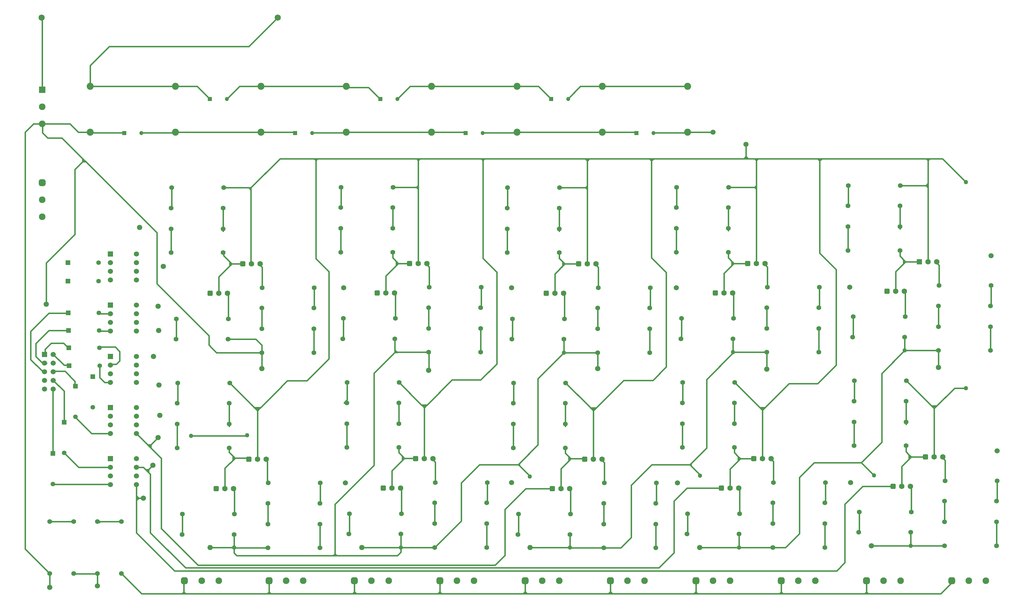
<source format=gtl>
G04*
G04 #@! TF.GenerationSoftware,Altium Limited,Altium Designer,20.0.10 (225)*
G04*
G04 Layer_Physical_Order=1*
G04 Layer_Color=255*
%FSLAX25Y25*%
%MOIN*%
G70*
G01*
G75*
%ADD13C,0.01575*%
%ADD37C,0.06102*%
%ADD38C,0.05906*%
%ADD39C,0.05512*%
%ADD40C,0.07677*%
G04:AMPARAMS|DCode=41|XSize=76.77mil|YSize=76.77mil|CornerRadius=19.19mil|HoleSize=0mil|Usage=FLASHONLY|Rotation=270.000|XOffset=0mil|YOffset=0mil|HoleType=Round|Shape=RoundedRectangle|*
%AMROUNDEDRECTD41*
21,1,0.07677,0.03839,0,0,270.0*
21,1,0.03839,0.07677,0,0,270.0*
1,1,0.03839,-0.01919,-0.01919*
1,1,0.03839,-0.01919,0.01919*
1,1,0.03839,0.01919,0.01919*
1,1,0.03839,0.01919,-0.01919*
%
%ADD41ROUNDEDRECTD41*%
%ADD42R,0.05315X0.05315*%
%ADD43C,0.05315*%
%ADD44R,0.05315X0.05315*%
%ADD45R,0.04724X0.04724*%
%ADD46C,0.04724*%
%ADD47C,0.08071*%
%ADD48C,0.07181*%
%ADD49R,0.07677X0.07677*%
%ADD50R,0.05906X0.05906*%
%ADD51R,0.05906X0.05906*%
G04:AMPARAMS|DCode=52|XSize=76.77mil|YSize=76.77mil|CornerRadius=19.19mil|HoleSize=0mil|Usage=FLASHONLY|Rotation=0.000|XOffset=0mil|YOffset=0mil|HoleType=Round|Shape=RoundedRectangle|*
%AMROUNDEDRECTD52*
21,1,0.07677,0.03839,0,0,0.0*
21,1,0.03839,0.07677,0,0,0.0*
1,1,0.03839,0.01919,-0.01919*
1,1,0.03839,-0.01919,-0.01919*
1,1,0.03839,-0.01919,0.01919*
1,1,0.03839,0.01919,0.01919*
%
%ADD52ROUNDEDRECTD52*%
G04:AMPARAMS|DCode=53|XSize=62.99mil|YSize=62.99mil|CornerRadius=15.75mil|HoleSize=0mil|Usage=FLASHONLY|Rotation=90.000|XOffset=0mil|YOffset=0mil|HoleType=Round|Shape=RoundedRectangle|*
%AMROUNDEDRECTD53*
21,1,0.06299,0.03150,0,0,90.0*
21,1,0.03150,0.06299,0,0,90.0*
1,1,0.03150,0.01575,0.01575*
1,1,0.03150,0.01575,-0.01575*
1,1,0.03150,-0.01575,-0.01575*
1,1,0.03150,-0.01575,0.01575*
%
%ADD53ROUNDEDRECTD53*%
%ADD54C,0.06299*%
%ADD55R,0.06299X0.06299*%
%ADD56C,0.05000*%
D13*
X387500Y243500D02*
X390000Y246000D01*
X387500Y248500D02*
X390000Y246000D01*
X387500D02*
X395500D01*
X393799D02*
X395500D01*
X395409Y281591D02*
X398000Y279000D01*
X401500D02*
X406500Y284000D01*
X401500Y275500D02*
Y279000D01*
X399750Y277250D02*
X401500Y275500D01*
X399750Y277250D02*
X401500Y279000D01*
Y275500D02*
X403500Y273500D01*
X398000Y279000D02*
X399750Y277250D01*
X398000Y279000D02*
X401500D01*
X400500Y307500D02*
X404000D01*
Y304000D02*
Y307500D01*
X402238Y305738D02*
X412500Y316000D01*
X329000Y634500D02*
X411000Y552500D01*
Y493500D02*
Y552500D01*
X325500Y634500D02*
X329000D01*
X327250Y636250D02*
X329000Y634500D01*
X1023122Y668480D02*
X1023142Y668500D01*
X1052500D01*
X1087500Y638000D02*
X1088000D01*
X1090500Y640500D01*
X1093000Y638000D02*
X1093500D01*
X1090500Y640500D02*
X1093000Y638000D01*
X1090500D02*
Y654500D01*
X984000Y638000D02*
X984500D01*
X981500Y635500D02*
X984000Y638000D01*
X978500D02*
X979000D01*
X981500Y635500D01*
Y636652D02*
Y638000D01*
X979500D02*
X981500D01*
Y523500D02*
X998500Y506500D01*
X981500Y523500D02*
Y636652D01*
X983500Y638000D02*
X1062500D01*
X941000D02*
X979500D01*
X981500D02*
X983500D01*
X1062500D02*
X1067500D01*
X1106500Y350500D02*
X1107750Y349250D01*
X1077500Y379500D02*
X1106500Y350500D01*
X1112500Y350500D02*
X1140250Y378250D01*
X1111250Y349250D02*
X1112500Y350500D01*
X325500Y634750D02*
X325922D01*
X325500D02*
Y638000D01*
X327250Y636250D01*
X301500Y662000D02*
X325500Y638000D01*
X316500Y625500D02*
X325836Y634836D01*
X325922Y634750D02*
X326172Y634500D01*
X325836Y634836D02*
X327250Y636250D01*
X316500Y550500D02*
Y625500D01*
X283500Y517500D02*
X316500Y550500D01*
X283500Y470000D02*
Y517500D01*
X289130Y425000D02*
X303500D01*
X307913Y421370D02*
X309283Y420000D01*
X307130Y421370D02*
X307913D01*
X303500Y425000D02*
X307130Y421370D01*
X282000Y417870D02*
X289130Y425000D01*
X342500Y144500D02*
Y158500D01*
X287500Y143000D02*
Y158976D01*
X836500Y257000D02*
X867000D01*
X812500Y180000D02*
Y233000D01*
X836500Y257000D01*
X616500Y239000D02*
X661500Y284000D01*
Y390293D01*
X616500Y181011D02*
Y239000D01*
X472500Y189000D02*
X500000D01*
X647500D02*
X691467D01*
X618500Y179500D02*
X688500D01*
X692500Y183500D02*
Y189000D01*
X688500Y179500D02*
X692500Y183500D01*
X691467Y189000D02*
X692500D01*
X841500D02*
X887000D01*
X1037000D02*
X1082500D01*
X1235000Y191000D02*
X1280500D01*
X1312500Y397000D02*
Y415500D01*
X1114500Y395000D02*
Y413500D01*
X919500Y395500D02*
Y414000D01*
X829000Y286000D02*
X850500Y307500D01*
X827750Y284750D02*
X829000Y286000D01*
Y283500D02*
X841000Y271500D01*
X827750Y284750D02*
X829000Y283500D01*
X688000Y414500D02*
X724500D01*
Y393500D02*
X724707Y393707D01*
X724500Y414500D02*
X724707Y414293D01*
Y393707D02*
Y414293D01*
X532000Y395500D02*
Y414000D01*
X1025699Y284699D02*
X1037500Y272898D01*
X1025699Y284699D02*
X1045000Y304000D01*
X981699Y284699D02*
X1025699D01*
X958000Y261000D02*
X981699Y284699D01*
X1027000Y283500D02*
Y286000D01*
X1237926Y272107D02*
X1238393D01*
X1169000Y287000D02*
X1223500D01*
X1238500Y272000D01*
X1136000Y189000D02*
X1152000Y205000D01*
Y270000D02*
X1169000Y287000D01*
X1152000Y205000D02*
Y270000D01*
X1121500Y189000D02*
X1136000D01*
X1223500Y287000D02*
X1247000Y310500D01*
Y373500D01*
Y390000D01*
X1273500Y416500D01*
X1045000Y304000D02*
Y382967D01*
X1037500Y272000D02*
Y272898D01*
X958000Y230000D02*
Y261000D01*
X926500Y188500D02*
X946000D01*
X958000Y200500D02*
Y230000D01*
X946000Y188500D02*
X958000Y200500D01*
X1045000Y382967D02*
X1075500Y413467D01*
Y414500D01*
X829000Y283500D02*
Y286000D01*
X614500Y179500D02*
X616500D01*
X827750Y284750D02*
X827750Y284750D01*
X783250Y284750D02*
X827750D01*
X686854Y415647D02*
X688000Y414500D01*
X685500Y414293D02*
X688000D01*
X685500Y417000D02*
Y430000D01*
Y417000D02*
X686854Y415647D01*
X508000Y179500D02*
X614500D01*
X616500Y180000D02*
Y181011D01*
Y179500D02*
X618500D01*
X762000Y263500D02*
X783250Y284750D01*
X685500Y414293D02*
Y417000D01*
X841000Y271000D02*
Y271500D01*
X731500Y189000D02*
X762000Y219500D01*
Y263500D01*
X850500Y307500D02*
Y384000D01*
X880500Y414000D01*
X614500Y179500D02*
X616500Y181500D01*
X616989Y181011D01*
X618500Y179500D01*
X500000Y182500D02*
X503000Y179500D01*
X500000Y182500D02*
Y188500D01*
X503000Y179500D02*
X508000D01*
X458500Y168500D02*
X801000D01*
X812500Y180000D01*
X429500Y197500D02*
X458500Y168500D01*
X444000Y165500D02*
X990000D01*
X1007500Y183000D01*
X403500Y206000D02*
X444000Y165500D01*
X1304500Y352500D02*
X1310000D01*
X1106500Y350500D02*
X1112500D01*
X1106500Y350500D02*
X1106500Y350500D01*
X949500Y382000D02*
X983000D01*
X917750Y350250D02*
X949500Y382000D01*
X914500Y347000D02*
X915750Y348250D01*
X882500Y379000D02*
X910000Y351500D01*
X911250Y350250D01*
X915750D02*
X917000D01*
X914500D02*
X915750D01*
X912000D02*
X913250D01*
X915750Y348250D02*
X917000Y349500D01*
X912000D02*
X913250Y348250D01*
Y350250D02*
X914500D01*
X913250Y348250D02*
X914500Y347000D01*
X911250Y350250D02*
X912000Y349500D01*
X915750Y348250D02*
Y350250D01*
X917000Y349500D02*
X917750Y350250D01*
X913250Y348250D02*
Y350250D01*
X911250D02*
X912000D01*
X495000Y379000D02*
X523000Y351000D01*
X716250Y353750D02*
X722750D01*
X523000Y351000D02*
X524500Y349500D01*
X530750Y350750D02*
X547625Y367625D01*
X690000Y380000D02*
X716250Y353750D01*
X717500Y352500D01*
X721500D02*
X722750Y353750D01*
X529500Y349500D02*
X530750Y350750D01*
X722750Y353750D02*
X751500Y382500D01*
X523000Y351000D02*
X523250Y350750D01*
X530750D01*
X547625Y367625D02*
X561500Y381500D01*
X584000D02*
X609500Y407000D01*
X561500Y381500D02*
X584000D01*
X983000Y382000D02*
X998500Y397500D01*
X784500Y382500D02*
X803000Y401000D01*
X751500Y382500D02*
X784500D01*
X259000Y187378D02*
Y249500D01*
Y187378D02*
X287402Y158976D01*
Y219000D02*
X314937D01*
X314961Y218976D01*
Y158500D02*
X342043D01*
X342520Y158976D01*
Y218976D02*
X370079D01*
X342520D02*
X344648Y217787D01*
X387500Y206000D02*
Y261421D01*
X370079Y158976D02*
X393555Y135500D01*
X493000Y429500D02*
X525000D01*
X532000Y414000D02*
Y422500D01*
X525000Y429500D02*
X532000Y422500D01*
X471000Y422846D02*
Y433500D01*
X411000Y493500D02*
X471000Y433500D01*
Y422846D02*
X474898Y418948D01*
X278728Y678315D02*
X310685D01*
X320520Y668480D02*
X334146D01*
X310685Y678315D02*
X320520Y668480D01*
X285000Y662000D02*
X301500D01*
X279000Y668000D02*
Y678087D01*
Y668000D02*
X285000Y662000D01*
X268815Y678315D02*
X278728D01*
X259000Y668500D02*
Y668500D01*
X268815Y678315D01*
X259000Y249500D02*
Y668500D01*
X1298000Y607000D02*
X1300500Y609500D01*
Y607000D02*
Y609500D01*
Y636652D01*
X1298500Y607000D02*
X1300500D01*
X1268500D02*
X1298500D01*
X1300500Y604500D02*
Y607000D01*
Y593000D02*
Y604500D01*
X1298000Y607000D02*
X1300500Y604500D01*
X1298000Y607000D02*
X1298500D01*
X685500Y414293D02*
X686750Y415543D01*
Y415750D01*
X661500Y390293D02*
X685500Y414293D01*
X519500Y604500D02*
X553000Y638000D01*
X579000D01*
X905000D02*
X905500Y637500D01*
X524500Y349500D02*
X527000D01*
X907500Y635500D02*
X908000Y636000D01*
X905500Y637500D02*
X907000Y636000D01*
X579000Y638000D02*
X592000D01*
X907500Y635500D02*
Y636500D01*
X905000Y638000D02*
X906000D01*
X910500D02*
X941000D01*
X907500Y606500D02*
Y635500D01*
X789500Y638000D02*
X905000D01*
X909500D02*
X910500D01*
X908000Y636000D02*
X909500Y637500D01*
X527000Y349500D02*
X529500D01*
X907000Y636000D02*
X907500Y635500D01*
X519500Y604500D02*
Y604500D01*
Y602000D02*
Y604500D01*
X517000D02*
X519500Y602000D01*
X517000Y604500D02*
X519500D01*
X393555Y135500D02*
X440000D01*
X517137Y767637D02*
X550500Y801000D01*
X1311404Y516662D02*
Y518096D01*
X1313000Y491500D02*
Y515066D01*
X1311404Y516662D02*
X1313000Y515066D01*
X1310500Y519000D02*
X1311404Y518096D01*
X1112500Y517000D02*
X1113404Y516096D01*
X1115000Y489500D02*
Y513066D01*
X1113404Y514662D02*
Y516096D01*
Y514662D02*
X1115000Y513066D01*
X920000Y489000D02*
Y512566D01*
X917500Y516500D02*
X918404Y515596D01*
Y514162D02*
X920000Y512566D01*
X918404Y514162D02*
Y515596D01*
X530904Y514162D02*
Y515596D01*
X532500Y489000D02*
Y512566D01*
X530904Y514162D02*
X532500Y512566D01*
X530000Y516500D02*
X530904Y515596D01*
X494500Y513500D02*
X495250Y514250D01*
Y518750D01*
X687000Y514500D02*
X687250Y514750D01*
Y519250D01*
X723404Y514662D02*
X725000Y513066D01*
Y489500D02*
Y513066D01*
X723404Y514662D02*
Y516096D01*
X722500Y517000D02*
X723404Y516096D01*
X878000Y513000D02*
X879250Y514250D01*
Y518750D01*
X1073500Y514000D02*
X1074250Y514750D01*
Y519250D01*
X1272000Y516500D02*
X1272250Y516750D01*
Y521250D01*
X498500Y289500D02*
X498750Y289750D01*
Y294750D01*
X494544Y298956D02*
X501250Y292250D01*
X489500Y280500D02*
X501261Y292261D01*
X494544Y298956D02*
Y303956D01*
X499500Y290500D02*
Y294000D01*
X694000Y292000D02*
X696500D01*
X694000Y289500D02*
Y294500D01*
X682000Y277500D02*
X694000Y289500D01*
X690000Y298500D02*
X694000Y294500D01*
Y289500D02*
X696500Y292000D01*
X694000Y294500D02*
X696500Y292000D01*
X886000Y291500D02*
X888500D01*
X886000Y289000D02*
Y294000D01*
X877000Y280000D02*
X886000Y289000D01*
X882000Y298000D02*
X886000Y294000D01*
Y289000D02*
X888500Y291500D01*
X886000Y294000D02*
X888500Y291500D01*
X1081500D02*
X1084000D01*
X1081500Y289000D02*
Y294000D01*
X1072000Y279500D02*
X1081500Y289000D01*
X1084000Y291500D01*
X1081500Y294000D02*
X1084000Y291500D01*
X1077000Y298500D02*
X1081500Y294000D01*
X1278500Y293500D02*
X1281000D01*
X1278500Y291000D02*
Y296000D01*
X1270000Y282500D02*
X1278500Y291000D01*
X1281000Y293500D01*
X1275000Y299500D02*
X1278500Y296000D01*
X1281000Y293500D01*
X1320000Y266000D02*
Y289566D01*
X1318404Y291162D02*
X1320000Y289566D01*
X1318404Y291162D02*
Y292596D01*
X1317500Y293500D02*
X1318404Y292596D01*
X1122000Y264000D02*
Y288215D01*
X1119500Y290715D02*
X1122000Y288215D01*
X1119500Y290715D02*
Y291500D01*
X927000Y263500D02*
Y287066D01*
X925404Y288662D02*
X927000Y287066D01*
X925404Y288662D02*
Y290096D01*
X924500Y291000D02*
X925404Y290096D01*
X729500Y291500D02*
X730404Y290596D01*
X732000Y264000D02*
Y287566D01*
X730404Y289162D02*
X732000Y287566D01*
X730404Y289162D02*
Y290596D01*
X494500Y304000D02*
X494544Y303956D01*
X501261Y292261D02*
X502239D01*
X515739D02*
X517000Y291000D01*
X502239Y292261D02*
X515739D01*
X527000Y347000D02*
Y349500D01*
Y347000D02*
X529500Y349500D01*
X717500Y352500D02*
X719000Y351000D01*
X717500Y352500D02*
X719500D01*
X719000Y351000D02*
X719500Y350500D01*
X524500Y349500D02*
X527000Y347000D01*
X720000Y351000D02*
X721500Y352500D01*
X719500Y350500D02*
X720000Y351000D01*
X719500Y352500D02*
X721500D01*
X719500Y351500D02*
Y352500D01*
Y291500D02*
Y350500D01*
X914500Y347000D02*
Y349500D01*
Y291000D02*
Y347000D01*
X1108000Y349500D02*
X1109500D01*
X1111000D01*
X1107750Y349250D02*
X1109500Y347500D01*
X1111250Y349250D01*
X998500Y397500D02*
Y506500D01*
X1109500Y349500D02*
X1109500Y349500D01*
X1109500Y347500D02*
Y349500D01*
X1107750Y349250D02*
X1108000Y349500D01*
X1140250Y378250D02*
X1173250D01*
X1109500Y291500D02*
Y347500D01*
X1173250Y378250D02*
X1194500Y399500D01*
Y421500D01*
X1307500Y349500D02*
Y351500D01*
X1305500D02*
X1307500D01*
X1309500D01*
X1276750Y380250D02*
X1305500Y351500D01*
X1309500D02*
X1331000Y373000D01*
X1305500Y351500D02*
X1307500Y349500D01*
X1309500Y351500D01*
X1331000Y373000D02*
X1344000D01*
X1307500Y293500D02*
Y349500D01*
X594500Y522500D02*
Y636000D01*
X596000Y638000D02*
X597000D01*
X785000D02*
X786500Y636500D01*
X787000Y636000D02*
X787500Y636500D01*
X1178000Y638000D02*
X1298500D01*
X1300500Y565060D02*
Y590000D01*
Y638000D02*
X1302500D01*
X595000Y636500D02*
X596500Y638000D01*
X594000Y636500D02*
X594500Y636000D01*
X784500Y638000D02*
X785500D01*
X787000Y636000D02*
Y637000D01*
X1300500Y590000D02*
Y593000D01*
Y636652D02*
Y638000D01*
X594500Y636000D02*
X595000Y636500D01*
X592500Y638000D02*
X594000Y636500D01*
X714500Y638000D02*
X784500D01*
X787000Y523000D02*
Y636000D01*
X788500Y638000D02*
X789500D01*
X786500Y636500D02*
X787000Y636000D01*
X527000Y293000D02*
Y347000D01*
X597000Y638000D02*
X710000D01*
X594500Y636000D02*
Y637000D01*
X1302500Y638000D02*
X1317000D01*
X592000D02*
X593000D01*
X1298500D02*
X1300500D01*
X787500Y636500D02*
X789000Y638000D01*
X609500Y407000D02*
Y407000D01*
Y507500D01*
X479846Y414000D02*
X509265D01*
X475820Y418025D02*
X479846Y414000D01*
X474898Y418948D02*
X475820Y418025D01*
X316500Y339784D02*
X335784Y320500D01*
X357185D01*
X357331Y320646D01*
X496000Y515000D02*
X496250Y515250D01*
Y517750D01*
X688000Y516000D02*
Y518500D01*
X880000Y515000D02*
X880250Y515250D01*
Y517750D01*
X1075000Y515500D02*
Y518500D01*
X1273000Y517500D02*
X1273250Y517750D01*
Y520250D01*
X596500Y638000D02*
X597000D01*
X592000D02*
X592500D01*
X789000D02*
X789500D01*
X784500D02*
X785000D01*
X1229457Y135457D02*
Y137500D01*
Y135457D02*
X1231500D01*
X1133000D02*
X1227500D01*
X1229457D01*
X1314957D02*
X1327882Y148382D01*
X1231500Y135457D02*
X1314957D01*
X1229457Y137500D02*
Y150591D01*
X1227500Y135500D02*
Y135543D01*
X1229457Y137500D01*
X1229500D02*
X1231500Y135500D01*
X1229457Y137500D02*
X1229500D01*
X1131032Y135457D02*
Y137469D01*
Y135457D02*
X1133000D01*
X1129063D02*
X1131032D01*
Y137469D02*
Y150591D01*
X1117839Y135457D02*
X1129063D01*
X1129000Y135500D02*
X1129063D01*
X1131032Y137469D01*
X1133000Y135500D01*
X1032606Y137500D02*
Y150591D01*
X1030500Y135457D02*
X1032606D01*
Y135457D02*
Y137500D01*
X1034500Y135457D02*
X1087439D01*
X1131032Y135457D02*
X1131032Y135457D01*
X1019457Y135457D02*
X1030500D01*
X1032606D02*
X1034500D01*
X1030500Y135500D02*
X1032500Y137500D01*
X1032606D01*
X1034500Y135500D02*
Y135606D01*
X1032606Y137500D02*
X1034500Y135606D01*
X934181Y135500D02*
X936500D01*
X934181Y138000D02*
Y150591D01*
X1032606Y135457D02*
X1032606Y135457D01*
X934181Y135500D02*
Y138000D01*
X932000Y135500D02*
X934181D01*
X921032D02*
X932000D01*
X936500D02*
X1019457D01*
X932000Y135500D02*
Y135819D01*
X934181Y138000D01*
X936500Y135500D02*
Y135681D01*
X934181Y138000D02*
X936500Y135681D01*
X835756Y137500D02*
Y150591D01*
Y135500D02*
X838000D01*
X921032D01*
X833500D02*
X835756D01*
X822606D02*
X833500D01*
X835756Y135500D02*
Y137500D01*
X835500Y137500D02*
X836000D01*
X833500Y135500D02*
X835500Y137500D01*
X836000Y137500D02*
Y137500D01*
Y137500D02*
X838000Y135500D01*
X835756D02*
X835756Y135500D01*
X735000Y135500D02*
X737331Y137831D01*
X735000Y135500D02*
X737331D01*
Y137500D02*
Y150591D01*
X724181Y135500D02*
X735000D01*
X737331D02*
X739500D01*
X737331Y135500D02*
Y137500D01*
X739500Y135500D02*
X822000D01*
X737500Y137500D02*
X738152Y136848D01*
X739500Y135500D01*
X625905D02*
X636905D01*
X641000D02*
X724181D01*
X641000D02*
X724181D01*
X625756D02*
X636905D01*
X638905Y135500D02*
Y137500D01*
Y135500D02*
X641000D01*
X636905D02*
X638905D01*
Y137500D02*
Y150591D01*
X636500Y135500D02*
X636905D01*
X638905Y137500D01*
X639000D02*
X641000Y135500D01*
X638905Y137500D02*
X639000D01*
X538500Y135500D02*
X540480D01*
X542480D01*
X625756D01*
X540480Y137500D02*
Y150591D01*
Y135500D02*
X543000D01*
X540480D02*
Y137500D01*
X638905Y135500D02*
X638905Y135500D01*
X444000D02*
X538500D01*
X625756D02*
X625756Y135500D01*
X542480Y135500D02*
X543000D01*
X540480Y137500D02*
X542480Y135500D01*
X538500D02*
Y135520D01*
X540480Y137500D01*
X442055Y135500D02*
X444000D01*
X442055D02*
Y136848D01*
X440000Y135500D02*
X442055D01*
Y136848D02*
Y150591D01*
X440000Y135500D02*
X442000Y137500D01*
X442652Y136848D01*
X444000Y135500D01*
X1300500Y636000D02*
X1302500Y638000D01*
X1299848Y636652D02*
X1300500Y636000D01*
X1298500Y638000D02*
X1299848Y636652D01*
X1102500Y567500D02*
Y603000D01*
X1173000Y638000D02*
X1175500D01*
X1100500D02*
X1102500D01*
Y603000D02*
Y605000D01*
X1104500Y638000D02*
X1173000D01*
X1175500Y636152D02*
Y638000D01*
X1101152Y605000D02*
X1102500D01*
Y638000D02*
X1104500D01*
X1175500Y636152D02*
X1175500Y529000D01*
X1175500Y638000D02*
X1178000D01*
X1070500Y605000D02*
X1101152D01*
X1067500Y638000D02*
X1100500D01*
X1102500Y605000D02*
Y607000D01*
Y636652D02*
Y638000D01*
Y607000D02*
Y636652D01*
X1175500Y635500D02*
X1178000Y638000D01*
X1174848Y636152D02*
X1175500Y635500D01*
X1173000Y638000D02*
X1174848Y636152D01*
X1100500Y605000D02*
X1102500Y603000D01*
X1100500Y605000D02*
X1101152Y605652D01*
X1102500Y607000D01*
Y636000D02*
X1104500Y638000D01*
X1101848Y636652D02*
X1102500Y636000D01*
X1100500Y638000D02*
X1101848Y636652D01*
X905500Y604500D02*
X907500Y602500D01*
Y516500D02*
Y602500D01*
Y604500D01*
X875500D02*
X905500D01*
X905500D01*
X907500Y606500D01*
Y604500D02*
Y606500D01*
X905500Y604500D02*
X907500D01*
X906000Y638000D02*
X907500D01*
Y636677D02*
Y638000D01*
X909500D01*
X907500Y636500D02*
Y636677D01*
X712500Y605000D02*
Y607000D01*
Y581844D02*
Y603000D01*
X710500Y605000D02*
X712500D01*
Y607000D02*
Y613500D01*
X519500Y517000D02*
Y602000D01*
X712500Y603000D02*
Y605000D01*
X683500D02*
X710500D01*
X488000Y604500D02*
X517000D01*
X710500Y605000D02*
X712500Y603000D01*
X710500Y605000D02*
X712500Y607000D01*
X711000Y637500D02*
X712500Y636000D01*
X712500Y613500D02*
X712500Y613500D01*
Y636000D01*
Y638000D02*
X714500D01*
X710500D02*
X711000Y637500D01*
X710000Y638000D02*
X711500D01*
X712500Y636000D02*
Y638000D01*
X710000D02*
X710500D01*
X712500Y636000D02*
X714500Y638000D01*
X712500Y636000D02*
X712500D01*
X711500Y638000D02*
Y638000D01*
X787000Y637000D02*
Y637250D01*
Y638000D01*
X787750D02*
X788500D01*
X787000D02*
X787750D01*
X711500D02*
X712500D01*
X594500D02*
X596000D01*
X593000D02*
X594500D01*
X785500D02*
X787000D01*
X712500Y517000D02*
Y581844D01*
X1317000Y638000D02*
X1344000Y611000D01*
X334146Y721591D02*
Y745646D01*
X356000Y767500D02*
X386661D01*
X334146Y745646D02*
X356000Y767500D01*
X712500Y613500D02*
Y613500D01*
X594500Y637000D02*
Y638000D01*
X450254Y318000D02*
X515000D01*
X1087439Y135457D02*
X1117839Y135457D01*
X1087439Y135457D02*
X1117839D01*
X921032Y135500D02*
X921032Y135500D01*
X1019457D02*
X1019457Y135500D01*
X822000Y135500D02*
X822606D01*
X822606Y135500D01*
X724181Y135500D02*
X724181Y135500D01*
X387331Y320646D02*
X416000Y291976D01*
X403500Y206000D02*
Y273500D01*
X387331Y281591D02*
X395409D01*
X387331Y261591D02*
X387500Y261421D01*
Y206000D02*
X431500Y162000D01*
X291000Y371466D02*
X291534Y372000D01*
X291000Y297716D02*
Y371466D01*
Y262283D02*
X291283Y262000D01*
X356921D02*
X357331Y261591D01*
X291283Y262000D02*
X356921D01*
X320783Y281500D02*
X357331D01*
X304000Y298284D02*
X320783Y281500D01*
X304000Y333717D02*
Y369534D01*
X291534Y382000D02*
X304000Y369534D01*
X292047Y392500D02*
X305000D01*
X316500Y381000D01*
X344216Y459000D02*
X357331D01*
X345000Y439000D02*
X357331D01*
X344500Y439500D02*
X345000Y439000D01*
X316500Y375217D02*
Y381000D01*
X350799Y379701D02*
X357331D01*
X345216Y385283D02*
Y399500D01*
Y385283D02*
X350799Y379701D01*
X368150Y404650D02*
Y415350D01*
X358130Y400500D02*
X364000D01*
X368150Y404650D01*
X357331Y399701D02*
X358130Y400500D01*
X344717Y420500D02*
X363000D01*
X368150Y415350D01*
X265500Y438500D02*
X286500Y459500D01*
X308283D02*
X308784Y459000D01*
X286500Y459500D02*
X308283D01*
X271500Y424500D02*
X286500Y439500D01*
X310861D01*
X344000Y418284D02*
X344216Y418500D01*
X271500Y409500D02*
Y424500D01*
X280705Y402829D02*
X281534Y402000D01*
X278171Y402829D02*
X280705D01*
X271500Y409500D02*
X278171Y402829D01*
X265500Y406000D02*
Y438500D01*
X280705Y392829D02*
X281534Y392000D01*
X278671Y392829D02*
X280705D01*
X265500Y406000D02*
X278671Y392829D01*
X281534Y412000D02*
X282000Y412466D01*
Y417870D01*
X291534Y411966D02*
Y412000D01*
X304000Y399500D02*
X309784D01*
X291534Y411966D02*
X304000Y399500D01*
X282692Y402000D02*
X283722D01*
X500086Y189000D02*
Y203914D01*
X500000Y188500D02*
X516265D01*
X500000Y204000D02*
X500086Y203914D01*
X522000Y188500D02*
X539000D01*
X516265D02*
X522000D01*
X1194500Y421500D02*
Y510000D01*
X1175500Y529000D02*
X1194500Y510000D01*
X594500Y522500D02*
X609500Y507500D01*
X803000Y401000D02*
Y507000D01*
X787000Y523000D02*
X803000Y507000D01*
X519500Y517000D02*
X520000Y516500D01*
X1102500Y517000D02*
Y567500D01*
X1300500Y519000D02*
Y565060D01*
X984276Y668000D02*
X1023122D01*
X983752Y667476D02*
X984276Y668000D01*
X963043Y668500D02*
X964067Y667476D01*
X924697Y668500D02*
X963043D01*
X924787Y721500D02*
X1023000D01*
X924697Y721591D02*
X924787Y721500D01*
X826291Y668500D02*
X924697D01*
X826272Y668480D02*
X826291Y668500D01*
X727846Y668480D02*
X766213D01*
X767216Y667476D01*
X569362Y668480D02*
X570366Y667476D01*
X530996Y668480D02*
X569362D01*
X630740Y720272D02*
X655228D01*
X666882Y708618D01*
X667882D01*
X669055Y707445D01*
X885327Y706847D02*
Y707327D01*
X899591Y721591D02*
X924697D01*
X885327Y707327D02*
X899591Y721591D01*
X826272D02*
X826362Y721500D01*
X850988D02*
X865642Y706847D01*
X826362Y721500D02*
X850988D01*
X727937D02*
X826272D01*
X727846Y721591D02*
X727937Y721500D01*
X787425Y668000D02*
X826272D01*
X786902Y667476D02*
X787425Y668000D01*
X629421Y668480D02*
X727846D01*
X491626Y706847D02*
X506370Y721591D01*
X491626Y706847D02*
X491626D01*
X506370Y721591D02*
X530996D01*
X703221D02*
X727846D01*
X688476Y706847D02*
X703221Y721591D01*
X629421D02*
X630740Y720272D01*
X590575Y668000D02*
X629421D01*
X590051Y667476D02*
X590575Y668000D01*
X530996Y721591D02*
X629421D01*
X432480Y721500D02*
X457287D01*
X471941Y706847D01*
X334146Y721500D02*
X432480Y721500D01*
X432571Y721591D01*
X386661Y767500D02*
X432500D01*
Y767637D02*
X517137D01*
X393724Y668000D02*
X432571D01*
X433000Y668500D02*
X531486D01*
X432591D02*
X433000D01*
X432571Y668480D02*
X432591Y668500D01*
X393201Y667476D02*
X393724Y668000D01*
X334626D02*
X373516D01*
X334146Y668480D02*
X334626Y668000D01*
X278728Y717685D02*
Y801000D01*
X431500Y162000D02*
X1195000D01*
X1204500Y171500D01*
Y239000D01*
X1225000Y259500D01*
X1260000D01*
X1007500Y183000D02*
Y242500D01*
X1022500Y257500D01*
X1062000D01*
X416000Y211000D02*
Y291976D01*
Y211000D02*
X429500Y197500D01*
X1280500Y191000D02*
X1296765D01*
X1280500D02*
Y206500D01*
X1270000Y259500D02*
Y282500D01*
X1275000Y299500D02*
Y306500D01*
X1281000Y293500D02*
X1297500D01*
X1273500Y416500D02*
X1289765D01*
X1273500D02*
Y432000D01*
X1263000Y507500D02*
X1274500Y519000D01*
X1263000Y485000D02*
Y507500D01*
X1268000Y525500D02*
Y532000D01*
X1274500Y519000D02*
X1290500D01*
X1268000Y525500D02*
X1274500Y519000D01*
X1082500Y189000D02*
X1098765D01*
X1082500D02*
Y204500D01*
X1072000Y257500D02*
Y279500D01*
X1077000Y298500D02*
Y304500D01*
X1084000Y291500D02*
X1099500D01*
X1075500Y414500D02*
Y430000D01*
Y414500D02*
X1114500D01*
X1065000Y505500D02*
X1076500Y517000D01*
X1065000Y483000D02*
Y505500D01*
X1070000Y523500D02*
Y530000D01*
X1076500Y517000D02*
X1092500D01*
X1070000Y523500D02*
X1076500Y517000D01*
X887586Y189000D02*
Y203914D01*
Y188500D02*
X926500D01*
X887500Y204000D02*
X887586Y203914D01*
X877000Y257000D02*
Y280000D01*
X882000Y298000D02*
Y304000D01*
X904000Y291500D02*
X904500Y291000D01*
X888500Y291500D02*
X904000D01*
X880500Y414000D02*
X896765D01*
X880500D02*
Y429500D01*
X870000Y505000D02*
X881500Y516500D01*
X870000Y482500D02*
Y505000D01*
X875000Y523000D02*
Y529500D01*
Y523000D02*
X881500Y516500D01*
X897500D01*
X675000Y502500D02*
X689500Y517000D01*
X675000Y483000D02*
Y502500D01*
X683000Y523500D02*
Y530000D01*
Y523500D02*
X689500Y517000D01*
X702500D01*
X692586Y190000D02*
Y204414D01*
X692500Y189000D02*
X731500D01*
X692500Y204500D02*
X692586Y204414D01*
X682000Y257500D02*
Y277500D01*
X690000Y298500D02*
Y304500D01*
X709000Y292000D02*
X709500Y291500D01*
X696500Y292000D02*
X709000D01*
X494500Y513500D02*
X497500Y516500D01*
X489500Y257000D02*
Y280500D01*
X482500Y501500D02*
X494500Y513500D01*
X482500Y482500D02*
Y501500D01*
X497500Y516500D02*
X510000D01*
X488020Y525980D02*
X497500Y516500D01*
X488020Y525980D02*
Y528980D01*
X487500Y529500D02*
X488020Y528980D01*
X630000Y304477D02*
Y329977D01*
X690000Y331133D02*
Y357740D01*
X630500Y359500D02*
Y379321D01*
X628500Y357500D02*
X630500Y359500D01*
X627000Y356000D02*
X628500Y357500D01*
X683000Y557500D02*
Y581556D01*
X623500Y581500D02*
Y604430D01*
X623000Y529184D02*
Y556684D01*
X500500Y227500D02*
Y251425D01*
X494500Y328893D02*
Y331500D01*
X500500Y251425D02*
Y255000D01*
X434500Y304000D02*
Y331500D01*
X494500D02*
Y355500D01*
X435000Y356000D02*
Y379000D01*
X434500Y355500D02*
X435000Y356000D01*
X440500Y204500D02*
Y227500D01*
Y204500D02*
X441000Y204000D01*
X538637Y264363D02*
X539500Y263500D01*
X538637Y264363D02*
Y266205D01*
X538500Y266342D02*
X538637Y266205D01*
X538500Y266342D02*
Y288066D01*
X537000Y289566D02*
X538500Y288066D01*
X537000Y289566D02*
Y291000D01*
X599500Y240500D02*
Y263500D01*
X599000Y240000D02*
X599500Y240500D01*
X539000Y216857D02*
Y240000D01*
X599000Y191000D02*
Y216000D01*
X791500Y240500D02*
X792000Y241000D01*
Y264000D01*
X633000Y205000D02*
X633500Y204500D01*
X633000Y205000D02*
Y228000D01*
X693000Y251924D02*
Y255500D01*
Y228000D02*
Y251924D01*
X1083000Y228000D02*
Y251924D01*
Y255500D01*
X1017000Y304500D02*
Y332000D01*
X1077000D02*
Y356000D01*
X1017500Y356500D02*
Y379500D01*
X1017000Y356000D02*
X1017500Y356500D01*
X1023000Y205000D02*
Y228000D01*
Y205000D02*
X1023500Y204500D01*
X1182000Y241000D02*
Y264000D01*
X1181500Y240500D02*
X1182000Y241000D01*
X1121500Y217357D02*
Y240500D01*
X1181500Y191500D02*
Y216500D01*
X1104500Y189000D02*
X1121500D01*
X1098765D02*
X1104500D01*
X986500Y191000D02*
Y216000D01*
X926500Y216857D02*
Y240000D01*
X986500D02*
X987000Y240500D01*
Y263500D01*
X828000Y204500D02*
X828500Y204000D01*
X828000Y204500D02*
Y227500D01*
X822000Y355500D02*
X822500Y356000D01*
Y379000D01*
X882000Y331500D02*
Y355500D01*
X822000Y304000D02*
Y331500D01*
X888000Y251425D02*
Y255000D01*
X882000Y328893D02*
Y331500D01*
X888000Y227500D02*
Y251425D01*
X1296765Y191000D02*
X1302500D01*
X1319500D01*
X1379500Y193500D02*
Y218500D01*
X1319500Y219357D02*
Y242500D01*
X1379500D02*
X1380000Y243000D01*
Y266000D01*
X1221000Y207000D02*
X1221500Y206500D01*
X1221000Y207000D02*
Y230000D01*
X1215000Y358000D02*
X1215500Y358500D01*
Y381500D01*
X1275000Y334000D02*
Y358000D01*
X1215000Y306500D02*
Y334000D01*
X1281000Y253924D02*
Y257500D01*
X1275000Y331393D02*
Y334000D01*
X1281000Y230000D02*
Y253924D01*
X731500Y216500D02*
Y240500D01*
X791500Y197836D02*
Y214000D01*
Y216000D02*
X792000Y216500D01*
X791500Y191781D02*
Y197836D01*
X784500Y417281D02*
Y423336D01*
Y441500D02*
X785000Y442000D01*
X784500Y423336D02*
Y439500D01*
X724500Y442000D02*
Y466000D01*
X1274000Y455500D02*
Y479424D01*
X1268000Y556893D02*
Y559500D01*
X1274000Y479424D02*
Y483000D01*
X1208000Y532000D02*
Y559500D01*
X1268000D02*
Y583500D01*
X1208500Y584000D02*
Y607000D01*
X1208000Y583500D02*
X1208500Y584000D01*
X1214000Y432500D02*
Y455500D01*
Y432500D02*
X1214500Y432000D01*
X1373000Y468500D02*
Y491500D01*
X1372500Y468000D02*
X1373000Y468500D01*
X1312500Y444857D02*
Y468000D01*
X1372500Y419000D02*
Y444000D01*
X1295500Y416500D02*
X1312500D01*
X1289765D02*
X1295500D01*
X881000Y453000D02*
Y476925D01*
X875000Y554393D02*
Y557000D01*
X881000Y476925D02*
Y480500D01*
X815000Y529500D02*
Y557000D01*
X875000D02*
Y581000D01*
X815500Y581500D02*
Y604500D01*
X815000Y581000D02*
X815500Y581500D01*
X821000Y430000D02*
Y453000D01*
Y430000D02*
X821500Y429500D01*
X980000Y466000D02*
Y489000D01*
X979500Y465500D02*
X980000Y466000D01*
X919500Y442357D02*
Y465500D01*
X979500Y416500D02*
Y441500D01*
X902500Y414000D02*
X919500D01*
X896765D02*
X902500D01*
X1174500Y417000D02*
Y442000D01*
X1114500Y442857D02*
Y466000D01*
X1174500D02*
X1175000Y466500D01*
Y489500D01*
X1016000Y430500D02*
X1016500Y430000D01*
X1016000Y430500D02*
Y453500D01*
X1010000Y581500D02*
X1010500Y582000D01*
Y605000D01*
X1070000Y557500D02*
Y581500D01*
X1010000Y530000D02*
Y557500D01*
X1076000Y477424D02*
Y481000D01*
X1070000Y554893D02*
Y557500D01*
X1076000Y453500D02*
Y477424D01*
X686000Y453500D02*
Y477424D01*
Y481000D01*
X626000Y430500D02*
Y453500D01*
Y430500D02*
X626500Y430000D01*
X785000Y466500D02*
Y489500D01*
X784500Y466000D02*
X785000Y466500D01*
X509265Y414000D02*
X515000D01*
X532000D01*
X592000Y416500D02*
Y441500D01*
X532000Y442357D02*
Y465500D01*
X592000D02*
X592500Y466000D01*
Y489000D01*
X433500Y430000D02*
X434000Y429500D01*
X433500Y430000D02*
Y453000D01*
X427500Y581000D02*
X428000Y581500D01*
Y604500D01*
X487500Y557000D02*
Y581000D01*
X427500Y529500D02*
Y557000D01*
X493500Y476925D02*
Y480500D01*
X487500Y554393D02*
Y557000D01*
X493500Y453000D02*
Y476925D01*
D37*
X395500Y246000D02*
D03*
X406500Y284000D02*
D03*
X412500Y316000D02*
D03*
X414500Y341500D02*
D03*
X413500Y376500D02*
D03*
X407000Y409500D02*
D03*
X413000Y439500D02*
D03*
X412500Y467500D02*
D03*
X418500Y513500D02*
D03*
X391000Y558500D02*
D03*
X283500Y470000D02*
D03*
X287500Y143000D02*
D03*
X472500Y189000D02*
D03*
X647500D02*
D03*
X841500D02*
D03*
X1037000D02*
D03*
X1235000Y191000D02*
D03*
X1312500Y397000D02*
D03*
X1114500Y395000D02*
D03*
X919500Y395500D02*
D03*
X724500Y393500D02*
D03*
X532000Y395500D02*
D03*
D38*
X1090500Y654500D02*
D03*
X1052500Y668500D02*
D03*
X342500Y144500D02*
D03*
X1380000Y300500D02*
D03*
X1373000Y526000D02*
D03*
X1211000Y264000D02*
D03*
X1210000Y489500D02*
D03*
X1011500Y263500D02*
D03*
X1010000Y489000D02*
D03*
X820000Y264000D02*
D03*
Y489000D02*
D03*
X628500Y263500D02*
D03*
X626500Y489000D02*
D03*
X291534Y392000D02*
D03*
X281534D02*
D03*
X291534Y402000D02*
D03*
X281534D02*
D03*
X291534Y412000D02*
D03*
X281534Y382000D02*
D03*
Y372000D02*
D03*
X291534Y382000D02*
D03*
Y372000D02*
D03*
X357331Y281591D02*
D03*
Y271590D02*
D03*
Y261591D02*
D03*
X387331Y291590D02*
D03*
Y281591D02*
D03*
Y271590D02*
D03*
Y261591D02*
D03*
X357331Y340646D02*
D03*
Y330646D02*
D03*
Y320646D02*
D03*
X387331Y350646D02*
D03*
Y340646D02*
D03*
Y330646D02*
D03*
Y320646D02*
D03*
X357331Y458756D02*
D03*
Y448756D02*
D03*
Y438756D02*
D03*
X387331Y468756D02*
D03*
Y458756D02*
D03*
Y448756D02*
D03*
Y438756D02*
D03*
X357331Y399701D02*
D03*
Y389701D02*
D03*
Y379701D02*
D03*
X387331Y409701D02*
D03*
Y399701D02*
D03*
Y389701D02*
D03*
Y379701D02*
D03*
X357331Y517811D02*
D03*
Y507811D02*
D03*
Y497811D02*
D03*
X387331Y527811D02*
D03*
Y517811D02*
D03*
Y507811D02*
D03*
Y497811D02*
D03*
D39*
X287402Y158976D02*
D03*
Y218976D02*
D03*
X314961Y158976D02*
D03*
Y218976D02*
D03*
X342520Y158976D02*
D03*
Y218976D02*
D03*
X370079Y158976D02*
D03*
Y218976D02*
D03*
X440500Y227500D02*
D03*
X500500D02*
D03*
X440000Y204000D02*
D03*
X500000D02*
D03*
X494500Y304000D02*
D03*
X434500D02*
D03*
X494500Y331500D02*
D03*
X434500D02*
D03*
X494500Y355500D02*
D03*
X434500D02*
D03*
X495000Y379000D02*
D03*
X435000D02*
D03*
X599000Y240000D02*
D03*
X539000D02*
D03*
X599000Y216000D02*
D03*
X539000D02*
D03*
X599000Y188500D02*
D03*
X539000D02*
D03*
X731500Y189000D02*
D03*
X791500D02*
D03*
X731500Y216500D02*
D03*
X791500D02*
D03*
X731500Y240500D02*
D03*
X791500D02*
D03*
X732000Y264000D02*
D03*
X792000D02*
D03*
X630500Y379500D02*
D03*
X690500D02*
D03*
X630000Y356000D02*
D03*
X690000D02*
D03*
X630000Y332000D02*
D03*
X690000D02*
D03*
X630000Y304500D02*
D03*
X690000D02*
D03*
X692500Y204500D02*
D03*
X632500D02*
D03*
X693000Y228000D02*
D03*
X633000D02*
D03*
X1083000D02*
D03*
X1023000D02*
D03*
X1082500Y204500D02*
D03*
X1022500D02*
D03*
X1017000Y304500D02*
D03*
X1077000D02*
D03*
X1017000Y332000D02*
D03*
X1077000D02*
D03*
X1017000Y356000D02*
D03*
X1077000D02*
D03*
X1017500Y379500D02*
D03*
X1077500D02*
D03*
X1122000Y264000D02*
D03*
X1182000D02*
D03*
X1121500Y240500D02*
D03*
X1181500D02*
D03*
X1121500Y216500D02*
D03*
X1181500D02*
D03*
X1121500Y189000D02*
D03*
X1181500D02*
D03*
X926500Y188500D02*
D03*
X986500D02*
D03*
X926500Y216000D02*
D03*
X986500D02*
D03*
X926500Y240000D02*
D03*
X986500D02*
D03*
X927000Y263500D02*
D03*
X987000D02*
D03*
X822500Y379000D02*
D03*
X882500D02*
D03*
X822000Y355500D02*
D03*
X882000D02*
D03*
X822000Y331500D02*
D03*
X882000D02*
D03*
X822000Y304000D02*
D03*
X882000D02*
D03*
X887500Y204000D02*
D03*
X827500D02*
D03*
X888000Y227500D02*
D03*
X828000D02*
D03*
X539500Y263500D02*
D03*
X599500D02*
D03*
X1379500Y191000D02*
D03*
X1319500D02*
D03*
X1379500Y218500D02*
D03*
X1319500D02*
D03*
X1379500Y242500D02*
D03*
X1319500D02*
D03*
X1380000Y266000D02*
D03*
X1320000D02*
D03*
X1275500Y381500D02*
D03*
X1215500D02*
D03*
X1275000Y358000D02*
D03*
X1215000D02*
D03*
X1275000Y334000D02*
D03*
X1215000D02*
D03*
X1275000Y306500D02*
D03*
X1215000D02*
D03*
X1220500Y206500D02*
D03*
X1280500D02*
D03*
X1221000Y230000D02*
D03*
X1281000D02*
D03*
X1274000Y455500D02*
D03*
X1214000D02*
D03*
X1273500Y432000D02*
D03*
X1213500D02*
D03*
X1208000Y532000D02*
D03*
X1268000D02*
D03*
X1208000Y559500D02*
D03*
X1268000D02*
D03*
X1208000Y583500D02*
D03*
X1268000D02*
D03*
X1208500Y607000D02*
D03*
X1268500D02*
D03*
X1313000Y491500D02*
D03*
X1373000D02*
D03*
X1312500Y468000D02*
D03*
X1372500D02*
D03*
X1312500Y444000D02*
D03*
X1372500D02*
D03*
X1312500Y416500D02*
D03*
X1372500D02*
D03*
X592500Y489000D02*
D03*
X532500D02*
D03*
X821000Y453000D02*
D03*
X881000D02*
D03*
X820500Y429500D02*
D03*
X880500D02*
D03*
X875000Y529500D02*
D03*
X815000D02*
D03*
X875000Y557000D02*
D03*
X815000D02*
D03*
X875000Y581000D02*
D03*
X815000D02*
D03*
X875500Y604500D02*
D03*
X815500D02*
D03*
X980000Y489000D02*
D03*
X920000D02*
D03*
X979500Y465500D02*
D03*
X919500D02*
D03*
X979500Y441500D02*
D03*
X919500D02*
D03*
X979500Y414000D02*
D03*
X919500D02*
D03*
X1174500Y414500D02*
D03*
X1114500D02*
D03*
X1174500Y442000D02*
D03*
X1114500D02*
D03*
X1174500Y466000D02*
D03*
X1114500D02*
D03*
X1175000Y489500D02*
D03*
X1115000D02*
D03*
X1070500Y605000D02*
D03*
X1010500D02*
D03*
X1070000Y581500D02*
D03*
X1010000D02*
D03*
X1070000Y557500D02*
D03*
X1010000D02*
D03*
X1070000Y530000D02*
D03*
X1010000D02*
D03*
X1015500Y430000D02*
D03*
X1075500D02*
D03*
X1016000Y453500D02*
D03*
X1076000D02*
D03*
X626000D02*
D03*
X686000D02*
D03*
X625500Y430000D02*
D03*
X685500D02*
D03*
X683000Y530000D02*
D03*
X623000D02*
D03*
X683000Y557500D02*
D03*
X623000D02*
D03*
X683000Y581500D02*
D03*
X623000D02*
D03*
X683500Y605000D02*
D03*
X623500D02*
D03*
X785000Y489500D02*
D03*
X725000D02*
D03*
X784500Y466000D02*
D03*
X724500D02*
D03*
X784500Y442000D02*
D03*
X724500D02*
D03*
X784500Y414500D02*
D03*
X724500D02*
D03*
X532000Y414000D02*
D03*
X592000D02*
D03*
X532000Y441500D02*
D03*
X592000D02*
D03*
X532000Y465500D02*
D03*
X592000D02*
D03*
X428000Y604500D02*
D03*
X488000D02*
D03*
X427500Y581000D02*
D03*
X487500D02*
D03*
X427500Y557000D02*
D03*
X487500D02*
D03*
X427500Y529500D02*
D03*
X487500D02*
D03*
X493000Y429500D02*
D03*
X433000D02*
D03*
X493500Y453000D02*
D03*
X433500D02*
D03*
D40*
X278740Y590551D02*
D03*
Y570866D02*
D03*
X278728Y698000D02*
D03*
Y678315D02*
D03*
X953866Y150591D02*
D03*
X973551D02*
D03*
X1052291D02*
D03*
X1071976D02*
D03*
X1150716D02*
D03*
X1170401D02*
D03*
X1249142D02*
D03*
X1268827D02*
D03*
X1347567D02*
D03*
X1367252D02*
D03*
X875126D02*
D03*
X855441D02*
D03*
X776701D02*
D03*
X757016D02*
D03*
X678275D02*
D03*
X658591D02*
D03*
X579850D02*
D03*
X560165D02*
D03*
X482283D02*
D03*
X462598D02*
D03*
D41*
X278740Y610236D02*
D03*
D42*
X291000Y297716D02*
D03*
X304000Y333717D02*
D03*
X317000Y375217D02*
D03*
X337000Y386216D02*
D03*
D43*
X291000Y262283D02*
D03*
X304000Y298284D02*
D03*
X317000Y339784D02*
D03*
X337000Y350783D02*
D03*
X345216Y399000D02*
D03*
X344717Y419500D02*
D03*
X344500Y439500D02*
D03*
X344216Y460000D02*
D03*
X343717Y496500D02*
D03*
Y518000D02*
D03*
D44*
X309784Y399000D02*
D03*
X309283Y419500D02*
D03*
X309067Y439500D02*
D03*
X308784Y460000D02*
D03*
X308283Y496500D02*
D03*
Y518000D02*
D03*
D45*
X964067Y667476D02*
D03*
X865642Y706847D02*
D03*
X767216Y667476D02*
D03*
X668791Y706847D02*
D03*
X570366Y667476D02*
D03*
X471941Y706847D02*
D03*
X373516Y667476D02*
D03*
D46*
X983752D02*
D03*
X885327Y706847D02*
D03*
X786902Y667476D02*
D03*
X688476Y706847D02*
D03*
X590051Y667476D02*
D03*
X491626Y706847D02*
D03*
X393201Y667476D02*
D03*
D47*
X1023122Y668480D02*
D03*
Y721591D02*
D03*
X924697Y668480D02*
D03*
Y721591D02*
D03*
X530996Y668480D02*
D03*
Y721591D02*
D03*
X629421Y668480D02*
D03*
Y721591D02*
D03*
X826272Y668480D02*
D03*
Y721591D02*
D03*
X727846Y668480D02*
D03*
Y721591D02*
D03*
X432571Y668480D02*
D03*
Y721591D02*
D03*
X334146Y668480D02*
D03*
Y721591D02*
D03*
D48*
X550500Y801000D02*
D03*
X278000D02*
D03*
D49*
X278728Y717685D02*
D03*
D50*
X281534Y412000D02*
D03*
D51*
X357331Y291590D02*
D03*
Y350646D02*
D03*
Y468756D02*
D03*
Y409701D02*
D03*
Y527811D02*
D03*
D52*
X934181Y150591D02*
D03*
X1032606D02*
D03*
X1131032D02*
D03*
X1229457D02*
D03*
X1327882D02*
D03*
X835756D02*
D03*
X737331D02*
D03*
X638905D02*
D03*
X540480D02*
D03*
X442913D02*
D03*
D53*
X479500Y257000D02*
D03*
X517000Y291000D02*
D03*
X709500Y291500D02*
D03*
X672000Y257500D02*
D03*
X1062000D02*
D03*
X1099500Y291500D02*
D03*
X904500Y291000D02*
D03*
X867000Y257000D02*
D03*
X1297500Y293500D02*
D03*
X1260000Y259500D02*
D03*
X1253000Y485000D02*
D03*
X860000Y482500D02*
D03*
X897500Y516500D02*
D03*
X1092500Y517000D02*
D03*
X1055000Y483000D02*
D03*
X665000D02*
D03*
X702500Y517000D02*
D03*
X510000Y516500D02*
D03*
X472500Y482500D02*
D03*
D54*
X489500Y257000D02*
D03*
X499500D02*
D03*
X527000Y291000D02*
D03*
X537000D02*
D03*
X729500Y291500D02*
D03*
X719500D02*
D03*
X692000Y257500D02*
D03*
X682000D02*
D03*
X1082000D02*
D03*
X1072000D02*
D03*
X1119500Y291500D02*
D03*
X1109500D02*
D03*
X924500Y291000D02*
D03*
X914500D02*
D03*
X887000Y257000D02*
D03*
X877000D02*
D03*
X1307500Y293500D02*
D03*
X1317500D02*
D03*
X1270000Y259500D02*
D03*
X1280000D02*
D03*
X1273000Y485000D02*
D03*
X1263000D02*
D03*
X1310500Y519000D02*
D03*
X1300500D02*
D03*
X870000Y482500D02*
D03*
X880000D02*
D03*
X907500Y516500D02*
D03*
X917500D02*
D03*
X1102500Y517000D02*
D03*
X1112500D02*
D03*
X1065000Y483000D02*
D03*
X1075000D02*
D03*
X675000D02*
D03*
X685000D02*
D03*
X712500Y517000D02*
D03*
X722500D02*
D03*
X530000Y516500D02*
D03*
X520000D02*
D03*
X492500Y482500D02*
D03*
X482500D02*
D03*
D55*
X1290500Y519000D02*
D03*
D56*
X1238160Y272107D02*
D03*
X1037500Y272000D02*
D03*
X841000Y271000D02*
D03*
X1273500Y416500D02*
D03*
X1075500Y414500D02*
D03*
X880500Y414000D02*
D03*
X515000Y318500D02*
D03*
X450500Y318000D02*
D03*
X1280500Y191000D02*
D03*
X1082500Y189000D02*
D03*
X887500D02*
D03*
X692500D02*
D03*
X500000D02*
D03*
X1344000Y611000D02*
D03*
Y373000D02*
D03*
M02*

</source>
